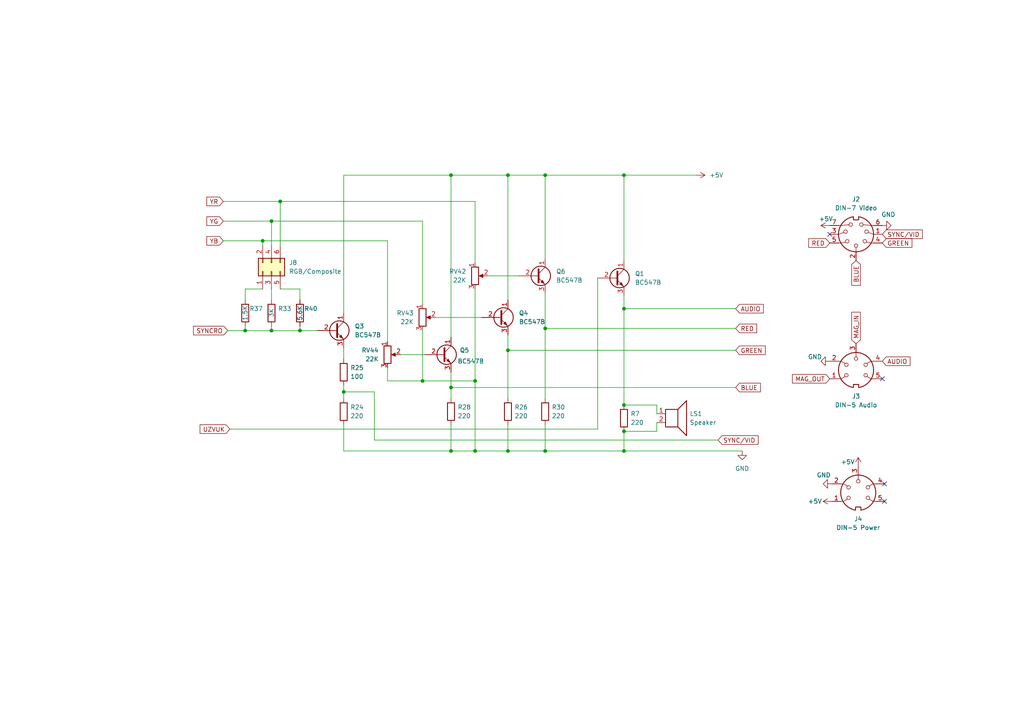
<source format=kicad_sch>
(kicad_sch (version 20211123) (generator eeschema)
  (paper "A4")
  (title_block (comment 2 "Евстафьев"))
  (lib_symbols
    (symbol "Connector:DIN-5" (pin_names (offset 1.016))
      (property "Reference" "J" (at 3.175 5.715 0))
      (property "Value" "DIN-5" (at 0 -6.35 0))
      (symbol "DIN-5_0_1"
        (arc (start -5.08 0) (mid -3.8609 -3.3364) (end -0.762 -5.08) (stroke (width 0.254)))
        (circle (center -2.794 -1.524) (radius 0.508))
        (circle (center -2.794 1.524) (radius 0.508))
        (polyline (pts (xy 0 5.08) (xy 0 3.81)))
        (polyline (pts (xy -5.08 -2.54) (xy -4.318 -2.54) (xy -3.175 -1.905)))
        (polyline (pts (xy -5.08 2.54) (xy -4.318 2.54) (xy -3.175 1.905)))
        (polyline (pts (xy 5.08 -2.54) (xy 4.318 -2.54) (xy 3.175 -1.905)))
        (polyline (pts (xy 5.08 2.54) (xy 4.318 2.54) (xy 3.175 1.905)))
        (polyline (pts (xy -0.762 -4.953) (xy -0.762 -4.191) (xy 0.762 -4.191) (xy 0.762 -4.953)) (stroke (width 0.254)))
        (circle (center 0 3.302) (radius 0.508))
        (arc (start 0.762 -5.08) (mid 3.8685 -3.343) (end 5.08 0) (stroke (width 0.254)))
        (circle (center 2.794 -1.524) (radius 0.508))
        (circle (center 2.794 1.524) (radius 0.508))
        (arc (start 5.08 0) (mid 0 5.08) (end -5.08 0) (stroke (width 0.254)))
      )
      (symbol "DIN-5_1_1"
        (pin passive line (at -7.62 -2.54 0) (length 2.54) (name "~") (number "1"))
        (pin passive line (at -7.62 2.54 0) (length 2.54) (name "~") (number "2"))
        (pin passive line (at 0 7.62 270) (length 2.54) (name "~") (number "3"))
        (pin passive line (at 7.62 2.54 180) (length 2.54) (name "~") (number "4"))
        (pin passive line (at 7.62 -2.54 180) (length 2.54) (name "~") (number "5"))
      )
    )
    (symbol "Connector:DIN-7" (pin_names (offset 1.016))
      (property "Reference" "J" (at 3.175 5.715 0))
      (property "Value" "DIN-7" (at 0 -6.604 0))
      (symbol "DIN-7_0_1"
        (arc (start -5.08 0) (mid -3.8609 -3.3364) (end -0.762 -5.08) (stroke (width 0.254)))
        (circle (center -3.048 -0.762) (radius 0.508))
        (circle (center -2.54 2.032) (radius 0.508))
        (circle (center -1.524 -2.794) (radius 0.508))
        (polyline (pts (xy -5.08 0) (xy -3.556 -0.508)))
        (polyline (pts (xy 0 5.08) (xy 0 3.81)))
        (polyline (pts (xy 5.08 0) (xy 3.556 -0.508)))
        (polyline (pts (xy -5.08 -2.54) (xy -4.318 -2.54) (xy -2.032 -2.794)))
        (polyline (pts (xy -5.08 2.54) (xy -4.318 2.54) (xy -3.048 2.286)))
        (polyline (pts (xy 5.08 -2.54) (xy 4.318 -2.54) (xy 2.032 -2.794)))
        (polyline (pts (xy 5.08 2.54) (xy 4.318 2.54) (xy 3.048 2.286)))
        (polyline (pts (xy -0.762 -4.953) (xy -0.762 -4.191) (xy 0.762 -4.191) (xy 0.762 -4.953)) (stroke (width 0.254)))
        (circle (center 0 3.302) (radius 0.508))
        (arc (start 0.762 -5.08) (mid 3.8685 -3.343) (end 5.08 0) (stroke (width 0.254)))
        (circle (center 1.524 -2.794) (radius 0.508))
        (circle (center 2.54 2.032) (radius 0.508))
        (circle (center 3.048 -0.762) (radius 0.508))
        (arc (start 5.08 0) (mid 0 5.08) (end -5.08 0) (stroke (width 0.254)))
      )
      (symbol "DIN-7_1_1"
        (pin passive line (at -7.62 0 0) (length 2.54) (name "~") (number "1"))
        (pin passive line (at 0 7.62 270) (length 2.54) (name "~") (number "2"))
        (pin passive line (at 7.62 0 180) (length 2.54) (name "~") (number "3"))
        (pin passive line (at -7.62 2.54 0) (length 2.54) (name "~") (number "4"))
        (pin passive line (at 7.62 2.54 180) (length 2.54) (name "~") (number "5"))
        (pin passive line (at -7.62 -2.54 0) (length 2.54) (name "~") (number "6"))
        (pin passive line (at 7.62 -2.54 180) (length 2.54) (name "~") (number "7"))
      )
    )
    (symbol "Connector_Generic:Conn_02x03_Odd_Even" (pin_names (offset 1.016) hide)
      (property "Reference" "J" (at 1.27 5.08 0))
      (property "Value" "Conn_02x03_Odd_Even" (at 1.27 -5.08 0))
      (symbol "Conn_02x03_Odd_Even_1_1"
        (rectangle (start -1.27 -2.413) (end 0 -2.667) (stroke (width 0.1524)))
        (rectangle (start -1.27 0.127) (end 0 -0.127) (stroke (width 0.1524)))
        (rectangle (start -1.27 2.667) (end 0 2.413) (stroke (width 0.1524)))
        (rectangle (start -1.27 3.81) (end 3.81 -3.81) (stroke (width 0.254)) (fill (type background)))
        (rectangle (start 3.81 -2.413) (end 2.54 -2.667) (stroke (width 0.1524)))
        (rectangle (start 3.81 0.127) (end 2.54 -0.127) (stroke (width 0.1524)))
        (rectangle (start 3.81 2.667) (end 2.54 2.413) (stroke (width 0.1524)))
        (pin passive line (at -5.08 2.54 0) (length 3.81) (name "Pin_1") (number "1"))
        (pin passive line (at 7.62 2.54 180) (length 3.81) (name "Pin_2") (number "2"))
        (pin passive line (at -5.08 0 0) (length 3.81) (name "Pin_3") (number "3"))
        (pin passive line (at 7.62 0 180) (length 3.81) (name "Pin_4") (number "4"))
        (pin passive line (at -5.08 -2.54 0) (length 3.81) (name "Pin_5") (number "5"))
        (pin passive line (at 7.62 -2.54 180) (length 3.81) (name "Pin_6") (number "6"))
      )
    )
    (symbol "Device:R" (pin_numbers hide) (pin_names (offset 0))
      (property "Reference" "R" (at 2.032 0 90))
      (property "Value" "R" (at 0 0 90))
      (symbol "R_0_1"
        (rectangle (start -1.016 -2.54) (end 1.016 2.54) (stroke (width 0.254)))
      )
      (symbol "R_1_1"
        (pin passive line (at 0 3.81 270) (length 1.27) (name "~") (number "1"))
        (pin passive line (at 0 -3.81 90) (length 1.27) (name "~") (number "2"))
      )
    )
    (symbol "Device:R_Potentiometer" (pin_names (offset 1.016) hide)
      (property "Reference" "RV" (at -4.445 0 90))
      (property "Value" "R_Potentiometer" (at -2.54 0 90))
      (symbol "R_Potentiometer_0_1"
        (polyline (pts (xy 2.54 0) (xy 1.524 0)))
        (polyline (pts (xy 1.143 0) (xy 2.286 0.508) (xy 2.286 -0.508) (xy 1.143 0)) (fill (type outline)))
        (rectangle (start 1.016 2.54) (end -1.016 -2.54) (stroke (width 0.254)))
      )
      (symbol "R_Potentiometer_1_1"
        (pin passive line (at 0 3.81 270) (length 1.27) (name "1") (number "1"))
        (pin passive line (at 3.81 0 180) (length 1.27) (name "2") (number "2"))
        (pin passive line (at 0 -3.81 90) (length 1.27) (name "3") (number "3"))
      )
    )
    (symbol "Device:Speaker" (pin_names (offset 0) hide)
      (property "Reference" "LS" (at 1.27 5.715 0))
      (property "Value" "Speaker" (at 1.27 3.81 0))
      (symbol "Speaker_0_0"
        (rectangle (start -2.54 1.27) (end 1.016 -3.81) (stroke (width 0.254)))
        (polyline (pts (xy 1.016 1.27) (xy 3.556 3.81) (xy 3.556 -6.35) (xy 1.016 -3.81)) (stroke (width 0.254)))
      )
      (symbol "Speaker_1_1"
        (pin input line (at -5.08 0 0) (length 2.54) (name "1") (number "1"))
        (pin input line (at -5.08 -2.54 0) (length 2.54) (name "2") (number "2"))
      )
    )
    (symbol "Transistor_BJT:BC547" (pin_names (offset 0) hide)
      (property "Reference" "Q" (at 5.08 1.905 0))
      (property "Value" "BC547" (at 5.08 0 0))
      (symbol "BC547_0_1"
        (polyline (pts (xy 0 0) (xy 0.635 0)))
        (polyline (pts (xy 0.635 0.635) (xy 2.54 2.54)))
        (polyline (pts (xy 0.635 -0.635) (xy 2.54 -2.54) (xy 2.54 -2.54)))
        (polyline (pts (xy 0.635 1.905) (xy 0.635 -1.905) (xy 0.635 -1.905)) (stroke (width 0.508)))
        (polyline (pts (xy 1.27 -1.778) (xy 1.778 -1.27) (xy 2.286 -2.286) (xy 1.27 -1.778) (xy 1.27 -1.778)) (fill (type outline)))
        (circle (center 1.27 0) (radius 2.8194) (stroke (width 0.254)))
      )
      (symbol "BC547_1_1"
        (pin passive line (at 2.54 5.08 270) (length 2.54) (name "C") (number "1"))
        (pin input line (at -5.08 0 0) (length 5.08) (name "B") (number "2"))
        (pin passive line (at 2.54 -5.08 90) (length 2.54) (name "E") (number "3"))
      )
    )
    (symbol "power:+5V" (power) (pin_names (offset 0))
      (property "Value" "+5V" (at 0 3.556 0))
      (symbol "+5V_0_1"
        (polyline (pts (xy -0.762 1.27) (xy 0 2.54)))
        (polyline (pts (xy 0 0) (xy 0 2.54)))
        (polyline (pts (xy 0 2.54) (xy 0.762 1.27)))
      )
      (symbol "+5V_1_1"
        (pin power_in line (at 0 0 90) (length 0) hide (name "+5V") (number "1"))
      )
    )
    (symbol "power:GND" (power) (pin_names (offset 0))
      (property "Value" "GND" (at 0 -3.81 0))
      (symbol "GND_0_1"
        (polyline (pts (xy 0 0) (xy 0 -1.27) (xy 1.27 -1.27) (xy 0 -2.54) (xy -1.27 -1.27) (xy 0 -1.27)))
      )
      (symbol "GND_1_1"
        (pin power_in line (at 0 0 270) (length 0) hide (name "GND") (number "1"))
      )
    )
  )
  (junction (at 99.695 113.665))
  (junction (at 137.795 130.81))
  (junction (at 158.115 130.81))
  (junction (at 78.74 95.885))
  (junction (at 180.975 50.8))
  (junction (at 137.795 110.49))
  (junction (at 122.555 110.49))
  (junction (at 180.975 125.095))
  (junction (at 76.2 69.85))
  (junction (at 130.81 112.395))
  (junction (at 147.32 130.81))
  (junction (at 147.32 101.6))
  (junction (at 81.28 58.42))
  (junction (at 158.115 95.25))
  (junction (at 180.975 130.81))
  (junction (at 78.74 64.135))
  (junction (at 86.995 95.885))
  (junction (at 130.81 130.81))
  (junction (at 130.81 50.8))
  (junction (at 180.975 89.535))
  (junction (at 147.32 50.8))
  (junction (at 71.12 95.885))
  (junction (at 158.115 50.8))
  (junction (at 180.975 117.475))
  (no_connect (at 240.665 67.945))
  (no_connect (at 256.54 145.415))
  (no_connect (at 255.905 109.855))
  (no_connect (at 256.54 140.335))
  (wire (pts (xy 99.695 113.665) (xy 99.695 115.57)))
  (wire (pts (xy 112.395 99.06) (xy 112.395 69.85)))
  (wire (pts (xy 108.585 113.665) (xy 108.585 127.635)))
  (wire (pts (xy 122.555 110.49) (xy 137.795 110.49)))
  (wire (pts (xy 130.81 123.19) (xy 130.81 130.81)))
  (wire (pts (xy 180.975 75.565) (xy 180.975 50.8)))
  (wire (pts (xy 141.605 80.01) (xy 150.495 80.01)))
  (wire (pts (xy 71.12 86.995) (xy 71.12 83.82)))
  (wire (pts (xy 122.555 95.885) (xy 122.555 110.49)))
  (wire (pts (xy 64.77 64.135) (xy 78.74 64.135)))
  (wire (pts (xy 180.975 117.475) (xy 190.5 117.475)))
  (wire (pts (xy 158.115 95.25) (xy 158.115 115.57)))
  (wire (pts (xy 126.365 92.075) (xy 139.7 92.075)))
  (wire (pts (xy 78.74 95.885) (xy 86.995 95.885)))
  (wire (pts (xy 86.995 86.995) (xy 86.995 83.82)))
  (wire (pts (xy 99.695 130.81) (xy 130.81 130.81)))
  (wire (pts (xy 158.115 130.81) (xy 147.32 130.81)))
  (wire (pts (xy 137.795 110.49) (xy 137.795 130.81)))
  (wire (pts (xy 64.77 69.85) (xy 76.2 69.85)))
  (wire (pts (xy 78.74 64.135) (xy 78.74 71.12)))
  (wire (pts (xy 71.12 95.885) (xy 78.74 95.885)))
  (wire (pts (xy 99.695 123.19) (xy 99.695 130.81)))
  (wire (pts (xy 215.265 130.81) (xy 180.975 130.81)))
  (wire (pts (xy 137.795 83.82) (xy 137.795 110.49)))
  (wire (pts (xy 130.81 50.8) (xy 147.32 50.8)))
  (wire (pts (xy 78.74 64.135) (xy 122.555 64.135)))
  (wire (pts (xy 99.695 113.665) (xy 108.585 113.665)))
  (wire (pts (xy 64.77 58.42) (xy 81.28 58.42)))
  (wire (pts (xy 158.115 50.8) (xy 158.115 74.93)))
  (wire (pts (xy 71.12 94.615) (xy 71.12 95.885)))
  (wire (pts (xy 76.2 69.85) (xy 76.2 71.12)))
  (wire (pts (xy 81.28 58.42) (xy 137.795 58.42)))
  (wire (pts (xy 180.975 89.535) (xy 213.36 89.535)))
  (wire (pts (xy 190.5 125.095) (xy 190.5 122.555)))
  (wire (pts (xy 147.32 101.6) (xy 147.32 115.57)))
  (wire (pts (xy 116.205 102.87) (xy 123.19 102.87)))
  (wire (pts (xy 147.32 101.6) (xy 213.36 101.6)))
  (wire (pts (xy 137.795 76.2) (xy 137.795 58.42)))
  (wire (pts (xy 158.115 123.19) (xy 158.115 130.81)))
  (wire (pts (xy 180.975 125.095) (xy 180.975 130.81)))
  (wire (pts (xy 180.975 89.535) (xy 180.975 117.475)))
  (wire (pts (xy 66.675 124.46) (xy 173.355 124.46)))
  (wire (pts (xy 130.81 130.81) (xy 137.795 130.81)))
  (wire (pts (xy 130.81 112.395) (xy 213.36 112.395)))
  (wire (pts (xy 71.12 83.82) (xy 76.2 83.82)))
  (wire (pts (xy 130.81 107.95) (xy 130.81 112.395)))
  (wire (pts (xy 147.32 50.8) (xy 158.115 50.8)))
  (wire (pts (xy 78.74 83.82) (xy 78.74 86.995)))
  (wire (pts (xy 78.74 94.615) (xy 78.74 95.885)))
  (wire (pts (xy 158.115 85.09) (xy 158.115 95.25)))
  (wire (pts (xy 81.28 58.42) (xy 81.28 71.12)))
  (wire (pts (xy 130.81 112.395) (xy 130.81 115.57)))
  (wire (pts (xy 99.695 50.8) (xy 130.81 50.8)))
  (wire (pts (xy 86.995 94.615) (xy 86.995 95.885)))
  (wire (pts (xy 86.995 83.82) (xy 81.28 83.82)))
  (wire (pts (xy 180.975 130.81) (xy 158.115 130.81)))
  (wire (pts (xy 180.975 85.725) (xy 180.975 89.535)))
  (wire (pts (xy 180.975 50.8) (xy 201.93 50.8)))
  (wire (pts (xy 130.81 50.8) (xy 130.81 97.79)))
  (wire (pts (xy 147.32 97.155) (xy 147.32 101.6)))
  (wire (pts (xy 122.555 88.265) (xy 122.555 64.135)))
  (wire (pts (xy 66.04 95.885) (xy 71.12 95.885)))
  (wire (pts (xy 158.115 50.8) (xy 180.975 50.8)))
  (wire (pts (xy 137.795 130.81) (xy 147.32 130.81)))
  (wire (pts (xy 108.585 127.635) (xy 208.28 127.635)))
  (wire (pts (xy 147.32 123.19) (xy 147.32 130.81)))
  (wire (pts (xy 76.2 69.85) (xy 112.395 69.85)))
  (wire (pts (xy 173.355 80.645) (xy 173.355 124.46)))
  (wire (pts (xy 112.395 106.68) (xy 112.395 110.49)))
  (wire (pts (xy 158.115 95.25) (xy 213.36 95.25)))
  (wire (pts (xy 190.5 117.475) (xy 190.5 120.015)))
  (wire (pts (xy 86.995 95.885) (xy 92.075 95.885)))
  (wire (pts (xy 147.32 50.8) (xy 147.32 86.995)))
  (wire (pts (xy 112.395 110.49) (xy 122.555 110.49)))
  (wire (pts (xy 99.695 90.805) (xy 99.695 50.8)))
  (wire (pts (xy 99.695 100.965) (xy 99.695 104.14)))
  (wire (pts (xy 180.975 125.095) (xy 190.5 125.095)))
  (wire (pts (xy 99.695 111.76) (xy 99.695 113.665)))
  (global_label "AUDIO" (shape input) (at 213.36 89.535 0) (property "Intersheet References" "${INTERSHEET_REFS}" (effects hide)))
  (global_label "GREEN" (shape input) (at 255.905 70.485 0) (property "Intersheet References" "${INTERSHEET_REFS}" (effects hide)))
  (global_label "SYNCRO" (shape input) (at 66.04 95.885 180) (property "Intersheet References" "${INTERSHEET_REFS}" (effects hide)))
  (global_label "GREEN" (shape input) (at 213.36 101.6 0) (property "Intersheet References" "${INTERSHEET_REFS}" (effects hide)))
  (global_label "MAG_IN" (shape input) (at 248.285 99.695 90) (property "Intersheet References" "${INTERSHEET_REFS}" (effects hide)))
  (global_label "SYNC{slash}VID" (shape input) (at 255.905 67.945 0) (property "Intersheet References" "${INTERSHEET_REFS}" (effects hide)))
  (global_label "RED" (shape input) (at 213.36 95.25 0) (property "Intersheet References" "${INTERSHEET_REFS}" (effects hide)))
  (global_label "AUDIO" (shape input) (at 255.905 104.775 0) (property "Intersheet References" "${INTERSHEET_REFS}" (effects hide)))
  (global_label "MAG_OUT" (shape input) (at 240.665 109.855 180) (property "Intersheet References" "${INTERSHEET_REFS}" (effects hide)))
  (global_label "YG" (shape input) (at 64.77 64.135 180) (property "Intersheet References" "${INTERSHEET_REFS}" (effects hide)))
  (global_label "BLUE" (shape input) (at 248.285 75.565 270) (property "Intersheet References" "${INTERSHEET_REFS}" (effects hide)))
  (global_label "RED" (shape input) (at 240.665 70.485 180) (property "Intersheet References" "${INTERSHEET_REFS}" (effects hide)))
  (global_label "YR" (shape input) (at 64.77 58.42 180) (property "Intersheet References" "${INTERSHEET_REFS}" (effects hide)))
  (global_label "SYNC{slash}VID" (shape input) (at 208.28 127.635 0) (property "Intersheet References" "${INTERSHEET_REFS}" (effects hide)))
  (global_label "UZVUK" (shape input) (at 66.675 124.46 180) (property "Intersheet References" "${INTERSHEET_REFS}" (effects hide)))
  (global_label "YB" (shape input) (at 64.77 69.85 180) (property "Intersheet References" "${INTERSHEET_REFS}" (effects hide)))
  (global_label "BLUE" (shape input) (at 213.36 112.395 0) (property "Intersheet References" "${INTERSHEET_REFS}" (effects hide)))
  (symbol (lib_id "power:GND") (at 241.3 140.335 270) (unit 1)
    (property "Reference" "#PWR0247" (effects hide))
    (property "Value" "GND" (at 236.855 137.795 90) (effects (justify left)))
  )
  (symbol (lib_id "Device:R_Potentiometer") (at 137.795 80.01 0) (unit 1)
    (property "Reference" "RV42" (at 135.255 78.7399 0) (effects (justify right)))
    (property "Value" "22K" (at 135.255 81.2799 0) (effects (justify right)))
    (property "Footprint" "Potentiometer_THT:Potentiometer_Bourns_3299X_Horizontal" (effects hide))
  )
  (symbol (lib_id "Device:R") (at 99.695 119.38 0) (unit 1)
    (property "Reference" "R24" (at 101.6 118.1099 0) (effects (justify left)))
    (property "Value" "220" (at 101.6 120.6499 0) (effects (justify left)))
    (property "Footprint" "Resistor_THT:R_Axial_DIN0207_L6.3mm_D2.5mm_P10.16mm_Horizontal" (effects hide))
  )
  (symbol (lib_id "Transistor_BJT:BC547") (at 178.435 80.645 0) (unit 1)
    (property "Reference" "Q1" (at 184.15 79.3749 0) (effects (justify left)))
    (property "Value" "BC547B" (at 184.15 81.9149 0) (effects (justify left)))
    (property "Footprint" "Package_TO_SOT_THT:TO-92_Inline" (effects hide))
    (property "Datasheet" "https://www.onsemi.com/pub/Collateral/BC550-D.pdf" (effects hide))
  )
  (symbol (lib_id "power:GND") (at 215.265 130.81 0) (unit 1)
    (property "Reference" "#PWR0246" (effects hide))
    (property "Value" "GND" (at 215.265 135.89 0))
  )
  (symbol (lib_id "Device:R_Potentiometer") (at 122.555 92.075 0) (unit 1)
    (property "Reference" "RV43" (at 120.015 90.8049 0) (effects (justify right)))
    (property "Value" "22K" (at 120.015 93.3449 0) (effects (justify right)))
    (property "Footprint" "Potentiometer_THT:Potentiometer_Bourns_3299X_Horizontal" (effects hide))
  )
  (symbol (lib_id "Device:R") (at 86.995 90.805 180) (unit 1)
    (property "Reference" "R40" (at 90.17 89.535 0))
    (property "Value" "5.6K" (at 86.995 90.805 90))
    (property "Footprint" "Resistor_THT:R_Axial_DIN0207_L6.3mm_D2.5mm_P10.16mm_Horizontal" (effects hide))
  )
  (symbol (lib_id "power:+5V") (at 201.93 50.8 270) (unit 1)
    (property "Reference" "#PWR0244" (effects hide))
    (property "Value" "+5V" (at 205.74 50.7999 90) (effects (justify left)))
  )
  (symbol (lib_id "Device:R") (at 71.12 90.805 180) (unit 1)
    (property "Reference" "R37" (at 74.295 89.535 0))
    (property "Value" "1.5K" (at 71.12 90.805 90))
    (property "Footprint" "Resistor_THT:R_Axial_DIN0207_L6.3mm_D2.5mm_P10.16mm_Horizontal" (effects hide))
  )
  (symbol (lib_id "Transistor_BJT:BC547") (at 97.155 95.885 0) (unit 1)
    (property "Reference" "Q3" (at 102.87 94.6149 0) (effects (justify left)))
    (property "Value" "BC547B" (at 102.87 97.1549 0) (effects (justify left)))
    (property "Footprint" "Package_TO_SOT_THT:TO-92_Inline" (effects hide))
    (property "Datasheet" "https://www.onsemi.com/pub/Collateral/BC550-D.pdf" (effects hide))
  )
  (symbol (lib_id "Device:R") (at 130.81 119.38 0) (unit 1)
    (property "Reference" "R28" (at 132.715 118.11 0) (effects (justify left)))
    (property "Value" "220" (at 132.715 120.65 0) (effects (justify left)))
    (property "Footprint" "Resistor_THT:R_Axial_DIN0207_L6.3mm_D2.5mm_P10.16mm_Horizontal" (effects hide))
  )
  (symbol (lib_id "Device:Speaker") (at 195.58 120.015 0) (unit 1)
    (property "Reference" "LS1" (at 200.025 120.0149 0) (effects (justify left)))
    (property "Value" "Speaker" (at 200.025 122.5549 0) (effects (justify left)))
    (property "Footprint" "Connector_PinHeader_2.54mm:PinHeader_1x02_P2.54mm_Vertical" (effects hide))
  )
  (symbol (lib_id "Device:R") (at 99.695 107.95 0) (unit 1)
    (property "Reference" "R25" (at 101.6 106.6799 0) (effects (justify left)))
    (property "Value" "100" (at 101.6 109.2199 0) (effects (justify left)))
    (property "Footprint" "Resistor_THT:R_Axial_DIN0207_L6.3mm_D2.5mm_P10.16mm_Horizontal" (effects hide))
  )
  (symbol (lib_id "Connector:DIN-7") (at 248.285 67.945 180) (unit 1)
    (property "Reference" "J2" (at 248.2849 57.785 0))
    (property "Value" "DIN-7 Video" (at 248.2849 60.325 0))
    (property "Footprint" "w_conn_av:DIN-7-Variable" (effects hide))
    (property "Datasheet" "http://www.mouser.com/ds/2/18/40_c091_abd_e-75918.pdf" (effects hide))
  )
  (symbol (lib_id "power:GND") (at 240.665 104.775 270) (unit 1)
    (property "Reference" "#PWR0245" (effects hide))
    (property "Value" "GND" (at 234.315 103.505 90) (effects (justify left)))
  )
  (symbol (lib_id "power:+5V") (at 248.92 135.255 0) (unit 1)
    (property "Reference" "#PWR0249" (effects hide))
    (property "Value" "+5V" (at 243.84 133.985 0) (effects (justify left)))
  )
  (symbol (lib_id "Device:R") (at 147.32 119.38 0) (unit 1)
    (property "Reference" "R26" (at 149.225 118.1099 0) (effects (justify left)))
    (property "Value" "220" (at 149.225 120.6499 0) (effects (justify left)))
    (property "Footprint" "Resistor_THT:R_Axial_DIN0207_L6.3mm_D2.5mm_P10.16mm_Horizontal" (effects hide))
  )
  (symbol (lib_id "Connector:DIN-5") (at 248.285 107.315 0) (unit 1)
    (property "Reference" "J3" (at 248.2851 114.935 0))
    (property "Value" "DIN-5 Audio" (at 248.2851 117.475 0))
    (property "Footprint" "w_conn_av:DIN-5-Variable" (effects hide))
    (property "Datasheet" "http://www.mouser.com/ds/2/18/40_c091_abd_e-75918.pdf" (effects hide))
  )
  (symbol (lib_id "power:+5V") (at 240.665 65.405 90) (unit 1)
    (property "Reference" "#PWR0251" (effects hide))
    (property "Value" "+5V" (at 237.49 63.5 90) (effects (justify right)))
  )
  (symbol (lib_id "Connector:DIN-5") (at 248.92 142.875 0) (unit 1)
    (property "Reference" "J4" (at 248.9201 150.495 0))
    (property "Value" "DIN-5 Power" (at 248.9201 153.035 0))
    (property "Footprint" "w_conn_av:DIN-5-Variable" (effects hide))
    (property "Datasheet" "http://www.mouser.com/ds/2/18/40_c091_abd_e-75918.pdf" (effects hide))
  )
  (symbol (lib_id "Connector_Generic:Conn_02x03_Odd_Even") (at 78.74 78.74 90) (unit 1)
    (property "Reference" "J8" (at 83.82 76.1999 90) (effects (justify right)))
    (property "Value" "RGB/Composite" (at 83.82 78.7399 90) (effects (justify right)))
    (property "Footprint" "Connector_PinHeader_2.54mm:PinHeader_2x03_P2.54mm_Vertical" (effects hide))
  )
  (symbol (lib_id "Device:R") (at 78.74 90.805 0) (unit 1)
    (property "Reference" "R33" (at 80.645 89.5349 0) (effects (justify left)))
    (property "Value" "3K" (at 78.74 92.075 90) (effects (justify left)))
    (property "Footprint" "Resistor_THT:R_Axial_DIN0207_L6.3mm_D2.5mm_P10.16mm_Horizontal" (effects hide))
  )
  (symbol (lib_id "Device:R") (at 158.115 119.38 0) (unit 1)
    (property "Reference" "R30" (at 160.02 118.1099 0) (effects (justify left)))
    (property "Value" "220" (at 160.02 120.6499 0) (effects (justify left)))
    (property "Footprint" "Resistor_THT:R_Axial_DIN0207_L6.3mm_D2.5mm_P10.16mm_Horizontal" (effects hide))
  )
  (symbol (lib_id "Transistor_BJT:BC547") (at 128.27 102.87 0) (unit 1)
    (property "Reference" "Q5" (at 133.35 101.6 0) (effects (justify left)))
    (property "Value" "BC547B" (at 132.715 104.775 0) (effects (justify left)))
    (property "Footprint" "Package_TO_SOT_THT:TO-92_Inline" (effects hide))
    (property "Datasheet" "https://www.onsemi.com/pub/Collateral/BC550-D.pdf" (effects hide))
  )
  (symbol (lib_id "Transistor_BJT:BC547") (at 155.575 80.01 0) (unit 1)
    (property "Reference" "Q6" (at 161.29 78.7399 0) (effects (justify left)))
    (property "Value" "BC547B" (at 161.29 81.2799 0) (effects (justify left)))
    (property "Footprint" "Package_TO_SOT_THT:TO-92_Inline" (effects hide))
    (property "Datasheet" "https://www.onsemi.com/pub/Collateral/BC550-D.pdf" (effects hide))
  )
  (symbol (lib_id "Device:R") (at 180.975 121.285 0) (unit 1)
    (property "Reference" "R7" (at 182.88 120.0149 0) (effects (justify left)))
    (property "Value" "220" (at 182.88 122.5549 0) (effects (justify left)))
    (property "Footprint" "Resistor_THT:R_Axial_DIN0207_L6.3mm_D2.5mm_P10.16mm_Horizontal" (effects hide))
  )
  (symbol (lib_id "power:GND") (at 255.905 65.405 90) (unit 1)
    (property "Reference" "#PWR0250" (effects hide))
    (property "Value" "GND" (at 259.715 62.23 90) (effects (justify left)))
  )
  (symbol (lib_id "Device:R_Potentiometer") (at 112.395 102.87 0) (unit 1)
    (property "Reference" "RV44" (at 109.855 101.5999 0) (effects (justify right)))
    (property "Value" "22K" (at 109.855 104.1399 0) (effects (justify right)))
    (property "Footprint" "Potentiometer_THT:Potentiometer_Bourns_3299X_Horizontal" (effects hide))
  )
  (symbol (lib_id "power:+5V") (at 241.3 145.415 90) (unit 1)
    (property "Reference" "#PWR0248" (effects hide))
    (property "Value" "+5V" (at 234.315 145.415 90) (effects (justify right)))
  )
  (symbol (lib_id "Transistor_BJT:BC547") (at 144.78 92.075 0) (unit 1)
    (property "Reference" "Q4" (at 150.495 90.8049 0) (effects (justify left)))
    (property "Value" "BC547B" (at 150.495 93.3449 0) (effects (justify left)))
    (property "Footprint" "Package_TO_SOT_THT:TO-92_Inline" (effects hide))
    (property "Datasheet" "https://www.onsemi.com/pub/Collateral/BC550-D.pdf" (effects hide))
  )
)
</source>
